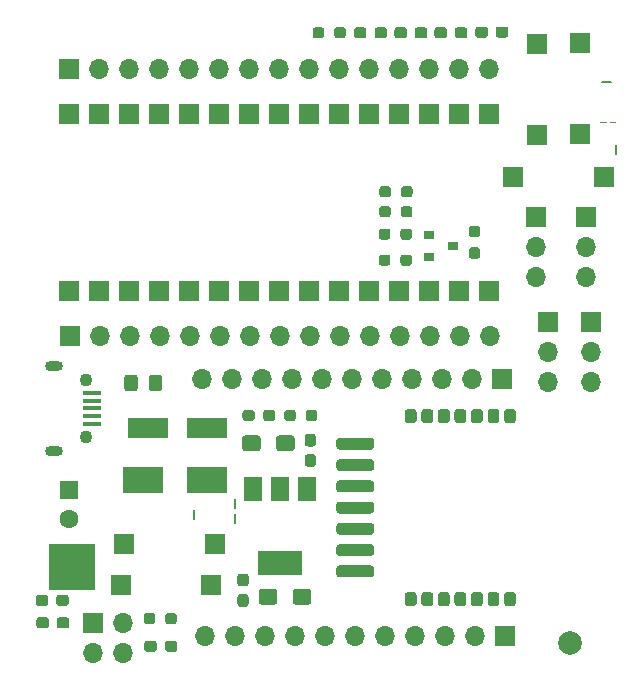
<source format=gbr>
%TF.GenerationSoftware,KiCad,Pcbnew,(5.1.10)-1*%
%TF.CreationDate,2021-06-06T01:15:34+08:00*%
%TF.ProjectId,tuya_arduino,74757961-5f61-4726-9475-696e6f2e6b69,rev?*%
%TF.SameCoordinates,Original*%
%TF.FileFunction,Soldermask,Top*%
%TF.FilePolarity,Negative*%
%FSLAX46Y46*%
G04 Gerber Fmt 4.6, Leading zero omitted, Abs format (unit mm)*
G04 Created by KiCad (PCBNEW (5.1.10)-1) date 2021-06-06 01:15:34*
%MOMM*%
%LPD*%
G01*
G04 APERTURE LIST*
%ADD10C,0.150000*%
%ADD11C,0.101600*%
%ADD12C,2.000000*%
%ADD13R,4.000000X4.000000*%
%ADD14O,1.700000X1.700000*%
%ADD15R,1.700000X1.700000*%
%ADD16R,1.500000X2.000000*%
%ADD17R,3.800000X2.000000*%
%ADD18R,0.900000X0.800000*%
%ADD19C,1.100000*%
%ADD20O,1.500000X0.900000*%
%ADD21R,1.600000X0.400000*%
%ADD22R,3.500000X2.300000*%
%ADD23R,3.500000X1.800000*%
%ADD24C,1.600000*%
%ADD25R,1.600000X1.600000*%
G04 APERTURE END LIST*
D10*
X128571428Y-55230952D02*
X128571428Y-54469047D01*
X127369047Y-49121428D02*
X128130952Y-49121428D01*
D11*
X127215000Y-52495357D02*
X127698809Y-52495357D01*
X128001190Y-52495357D02*
X128485000Y-52495357D01*
D10*
X96271428Y-86450000D02*
X96271428Y-85688095D01*
X96271428Y-85211904D02*
X96271428Y-84450000D01*
X92771428Y-86080952D02*
X92771428Y-85319047D01*
%TO.C,U2*%
G36*
G01*
X119050000Y-93250000D02*
X119050000Y-92550000D01*
G75*
G02*
X119300000Y-92300000I250000J0D01*
G01*
X119800000Y-92300000D01*
G75*
G02*
X120050000Y-92550000I0J-250000D01*
G01*
X120050000Y-93250000D01*
G75*
G02*
X119800000Y-93500000I-250000J0D01*
G01*
X119300000Y-93500000D01*
G75*
G02*
X119050000Y-93250000I0J250000D01*
G01*
G37*
G36*
G01*
X117650000Y-93250000D02*
X117650000Y-92550000D01*
G75*
G02*
X117900000Y-92300000I250000J0D01*
G01*
X118400000Y-92300000D01*
G75*
G02*
X118650000Y-92550000I0J-250000D01*
G01*
X118650000Y-93250000D01*
G75*
G02*
X118400000Y-93500000I-250000J0D01*
G01*
X117900000Y-93500000D01*
G75*
G02*
X117650000Y-93250000I0J250000D01*
G01*
G37*
G36*
G01*
X110650000Y-93250000D02*
X110650000Y-92550000D01*
G75*
G02*
X110900000Y-92300000I250000J0D01*
G01*
X111400000Y-92300000D01*
G75*
G02*
X111650000Y-92550000I0J-250000D01*
G01*
X111650000Y-93250000D01*
G75*
G02*
X111400000Y-93500000I-250000J0D01*
G01*
X110900000Y-93500000D01*
G75*
G02*
X110650000Y-93250000I0J250000D01*
G01*
G37*
G36*
G01*
X114850000Y-93250000D02*
X114850000Y-92550000D01*
G75*
G02*
X115100000Y-92300000I250000J0D01*
G01*
X115600000Y-92300000D01*
G75*
G02*
X115850000Y-92550000I0J-250000D01*
G01*
X115850000Y-93250000D01*
G75*
G02*
X115600000Y-93500000I-250000J0D01*
G01*
X115100000Y-93500000D01*
G75*
G02*
X114850000Y-93250000I0J250000D01*
G01*
G37*
G36*
G01*
X116250000Y-93250000D02*
X116250000Y-92550000D01*
G75*
G02*
X116500000Y-92300000I250000J0D01*
G01*
X117000000Y-92300000D01*
G75*
G02*
X117250000Y-92550000I0J-250000D01*
G01*
X117250000Y-93250000D01*
G75*
G02*
X117000000Y-93500000I-250000J0D01*
G01*
X116500000Y-93500000D01*
G75*
G02*
X116250000Y-93250000I0J250000D01*
G01*
G37*
G36*
G01*
X112050000Y-93250000D02*
X112050000Y-92550000D01*
G75*
G02*
X112300000Y-92300000I250000J0D01*
G01*
X112800000Y-92300000D01*
G75*
G02*
X113050000Y-92550000I0J-250000D01*
G01*
X113050000Y-93250000D01*
G75*
G02*
X112800000Y-93500000I-250000J0D01*
G01*
X112300000Y-93500000D01*
G75*
G02*
X112050000Y-93250000I0J250000D01*
G01*
G37*
G36*
G01*
X113450000Y-93250000D02*
X113450000Y-92550000D01*
G75*
G02*
X113700000Y-92300000I250000J0D01*
G01*
X114200000Y-92300000D01*
G75*
G02*
X114450000Y-92550000I0J-250000D01*
G01*
X114450000Y-93250000D01*
G75*
G02*
X114200000Y-93500000I-250000J0D01*
G01*
X113700000Y-93500000D01*
G75*
G02*
X113450000Y-93250000I0J250000D01*
G01*
G37*
G36*
G01*
X104850000Y-90800000D02*
X104850000Y-90300000D01*
G75*
G02*
X105100000Y-90050000I250000J0D01*
G01*
X107800000Y-90050000D01*
G75*
G02*
X108050000Y-90300000I0J-250000D01*
G01*
X108050000Y-90800000D01*
G75*
G02*
X107800000Y-91050000I-250000J0D01*
G01*
X105100000Y-91050000D01*
G75*
G02*
X104850000Y-90800000I0J250000D01*
G01*
G37*
G36*
G01*
X104850000Y-89000000D02*
X104850000Y-88500000D01*
G75*
G02*
X105100000Y-88250000I250000J0D01*
G01*
X107800000Y-88250000D01*
G75*
G02*
X108050000Y-88500000I0J-250000D01*
G01*
X108050000Y-89000000D01*
G75*
G02*
X107800000Y-89250000I-250000J0D01*
G01*
X105100000Y-89250000D01*
G75*
G02*
X104850000Y-89000000I0J250000D01*
G01*
G37*
G36*
G01*
X104850000Y-87200000D02*
X104850000Y-86700000D01*
G75*
G02*
X105100000Y-86450000I250000J0D01*
G01*
X107800000Y-86450000D01*
G75*
G02*
X108050000Y-86700000I0J-250000D01*
G01*
X108050000Y-87200000D01*
G75*
G02*
X107800000Y-87450000I-250000J0D01*
G01*
X105100000Y-87450000D01*
G75*
G02*
X104850000Y-87200000I0J250000D01*
G01*
G37*
G36*
G01*
X104850000Y-85400000D02*
X104850000Y-84900000D01*
G75*
G02*
X105100000Y-84650000I250000J0D01*
G01*
X107800000Y-84650000D01*
G75*
G02*
X108050000Y-84900000I0J-250000D01*
G01*
X108050000Y-85400000D01*
G75*
G02*
X107800000Y-85650000I-250000J0D01*
G01*
X105100000Y-85650000D01*
G75*
G02*
X104850000Y-85400000I0J250000D01*
G01*
G37*
G36*
G01*
X104850000Y-83600000D02*
X104850000Y-83100000D01*
G75*
G02*
X105100000Y-82850000I250000J0D01*
G01*
X107800000Y-82850000D01*
G75*
G02*
X108050000Y-83100000I0J-250000D01*
G01*
X108050000Y-83600000D01*
G75*
G02*
X107800000Y-83850000I-250000J0D01*
G01*
X105100000Y-83850000D01*
G75*
G02*
X104850000Y-83600000I0J250000D01*
G01*
G37*
G36*
G01*
X104850000Y-81800000D02*
X104850000Y-81300000D01*
G75*
G02*
X105100000Y-81050000I250000J0D01*
G01*
X107800000Y-81050000D01*
G75*
G02*
X108050000Y-81300000I0J-250000D01*
G01*
X108050000Y-81800000D01*
G75*
G02*
X107800000Y-82050000I-250000J0D01*
G01*
X105100000Y-82050000D01*
G75*
G02*
X104850000Y-81800000I0J250000D01*
G01*
G37*
G36*
G01*
X104850000Y-80000000D02*
X104850000Y-79500000D01*
G75*
G02*
X105100000Y-79250000I250000J0D01*
G01*
X107800000Y-79250000D01*
G75*
G02*
X108050000Y-79500000I0J-250000D01*
G01*
X108050000Y-80000000D01*
G75*
G02*
X107800000Y-80250000I-250000J0D01*
G01*
X105100000Y-80250000D01*
G75*
G02*
X104850000Y-80000000I0J250000D01*
G01*
G37*
G36*
G01*
X110650000Y-77750000D02*
X110650000Y-77050000D01*
G75*
G02*
X110900000Y-76800000I250000J0D01*
G01*
X111400000Y-76800000D01*
G75*
G02*
X111650000Y-77050000I0J-250000D01*
G01*
X111650000Y-77750000D01*
G75*
G02*
X111400000Y-78000000I-250000J0D01*
G01*
X110900000Y-78000000D01*
G75*
G02*
X110650000Y-77750000I0J250000D01*
G01*
G37*
G36*
G01*
X112050000Y-77750000D02*
X112050000Y-77050000D01*
G75*
G02*
X112300000Y-76800000I250000J0D01*
G01*
X112800000Y-76800000D01*
G75*
G02*
X113050000Y-77050000I0J-250000D01*
G01*
X113050000Y-77750000D01*
G75*
G02*
X112800000Y-78000000I-250000J0D01*
G01*
X112300000Y-78000000D01*
G75*
G02*
X112050000Y-77750000I0J250000D01*
G01*
G37*
G36*
G01*
X113450000Y-77750000D02*
X113450000Y-77050000D01*
G75*
G02*
X113700000Y-76800000I250000J0D01*
G01*
X114200000Y-76800000D01*
G75*
G02*
X114450000Y-77050000I0J-250000D01*
G01*
X114450000Y-77750000D01*
G75*
G02*
X114200000Y-78000000I-250000J0D01*
G01*
X113700000Y-78000000D01*
G75*
G02*
X113450000Y-77750000I0J250000D01*
G01*
G37*
G36*
G01*
X114850000Y-77750000D02*
X114850000Y-77050000D01*
G75*
G02*
X115100000Y-76800000I250000J0D01*
G01*
X115600000Y-76800000D01*
G75*
G02*
X115850000Y-77050000I0J-250000D01*
G01*
X115850000Y-77750000D01*
G75*
G02*
X115600000Y-78000000I-250000J0D01*
G01*
X115100000Y-78000000D01*
G75*
G02*
X114850000Y-77750000I0J250000D01*
G01*
G37*
G36*
G01*
X116250000Y-77750000D02*
X116250000Y-77050000D01*
G75*
G02*
X116500000Y-76800000I250000J0D01*
G01*
X117000000Y-76800000D01*
G75*
G02*
X117250000Y-77050000I0J-250000D01*
G01*
X117250000Y-77750000D01*
G75*
G02*
X117000000Y-78000000I-250000J0D01*
G01*
X116500000Y-78000000D01*
G75*
G02*
X116250000Y-77750000I0J250000D01*
G01*
G37*
G36*
G01*
X117650000Y-77750000D02*
X117650000Y-77050000D01*
G75*
G02*
X117900000Y-76800000I250000J0D01*
G01*
X118400000Y-76800000D01*
G75*
G02*
X118650000Y-77050000I0J-250000D01*
G01*
X118650000Y-77750000D01*
G75*
G02*
X118400000Y-78000000I-250000J0D01*
G01*
X117900000Y-78000000D01*
G75*
G02*
X117650000Y-77750000I0J250000D01*
G01*
G37*
G36*
G01*
X119050000Y-77750000D02*
X119050000Y-77050000D01*
G75*
G02*
X119300000Y-76800000I250000J0D01*
G01*
X119800000Y-76800000D01*
G75*
G02*
X120050000Y-77050000I0J-250000D01*
G01*
X120050000Y-77750000D01*
G75*
G02*
X119800000Y-78000000I-250000J0D01*
G01*
X119300000Y-78000000D01*
G75*
G02*
X119050000Y-77750000I0J250000D01*
G01*
G37*
%TD*%
D12*
%TO.C,REF\u002A\u002A*%
X124650000Y-96650000D03*
%TD*%
D13*
%TO.C,REF\u002A\u002A*%
X82500000Y-90200000D03*
%TD*%
D14*
%TO.C,J8*%
X86790000Y-97440000D03*
X84250000Y-97440000D03*
X86790000Y-94900000D03*
D15*
X84250000Y-94900000D03*
%TD*%
D16*
%TO.C,U1*%
X102400000Y-83550000D03*
X97800000Y-83550000D03*
X100100000Y-83550000D03*
D17*
X100100000Y-89850000D03*
%TD*%
D15*
%TO.C,J4*%
X92350000Y-51800000D03*
X87270000Y-51800000D03*
X102510000Y-51800000D03*
X117750000Y-51800000D03*
X97430000Y-51800000D03*
X82190000Y-51800000D03*
X115210000Y-51800000D03*
X112670000Y-51800000D03*
X94890000Y-51800000D03*
X99970000Y-51800000D03*
X107590000Y-51800000D03*
X110130000Y-51800000D03*
X105050000Y-51800000D03*
X84730000Y-51800000D03*
X89810000Y-51800000D03*
X82190000Y-66800000D03*
X84730000Y-66800000D03*
X87270000Y-66800000D03*
X89810000Y-66800000D03*
X92350000Y-66800000D03*
X94890000Y-66800000D03*
X97430000Y-66800000D03*
X99970000Y-66800000D03*
X102510000Y-66800000D03*
X105050000Y-66800000D03*
X107590000Y-66800000D03*
X110130000Y-66800000D03*
X112670000Y-66800000D03*
X115210000Y-66800000D03*
X117750000Y-66800000D03*
%TD*%
D14*
%TO.C,J3*%
X117750000Y-48000000D03*
X115210000Y-48000000D03*
X112670000Y-48000000D03*
X110130000Y-48000000D03*
X107590000Y-48000000D03*
X105050000Y-48000000D03*
X102510000Y-48000000D03*
X99970000Y-48000000D03*
X97430000Y-48000000D03*
X94890000Y-48000000D03*
X92350000Y-48000000D03*
X89810000Y-48000000D03*
X87270000Y-48000000D03*
X84730000Y-48000000D03*
D15*
X82190000Y-48000000D03*
%TD*%
D14*
%TO.C,J1*%
X117860000Y-70600000D03*
X115320000Y-70600000D03*
X112780000Y-70600000D03*
X110240000Y-70600000D03*
X107700000Y-70600000D03*
X105160000Y-70600000D03*
X102620000Y-70600000D03*
X100080000Y-70600000D03*
X97540000Y-70600000D03*
X95000000Y-70600000D03*
X92460000Y-70600000D03*
X89920000Y-70600000D03*
X87380000Y-70600000D03*
X84840000Y-70600000D03*
D15*
X82300000Y-70600000D03*
%TD*%
%TO.C,SW5*%
X94580000Y-88230000D03*
X86880000Y-88230000D03*
%TD*%
%TO.C,SW4*%
X94280000Y-91680000D03*
X86580000Y-91680000D03*
%TD*%
%TO.C,SW3*%
X125480000Y-45820000D03*
X125480000Y-53520000D03*
%TD*%
%TO.C,SW2*%
X127480000Y-57130000D03*
X119780000Y-57130000D03*
%TD*%
%TO.C,SW1*%
X121830000Y-45870000D03*
X121830000Y-53570000D03*
%TD*%
%TO.C,R8*%
G36*
G01*
X90375000Y-94787500D02*
X90375000Y-94312500D01*
G75*
G02*
X90612500Y-94075000I237500J0D01*
G01*
X91112500Y-94075000D01*
G75*
G02*
X91350000Y-94312500I0J-237500D01*
G01*
X91350000Y-94787500D01*
G75*
G02*
X91112500Y-95025000I-237500J0D01*
G01*
X90612500Y-95025000D01*
G75*
G02*
X90375000Y-94787500I0J237500D01*
G01*
G37*
G36*
G01*
X88550000Y-94787500D02*
X88550000Y-94312500D01*
G75*
G02*
X88787500Y-94075000I237500J0D01*
G01*
X89287500Y-94075000D01*
G75*
G02*
X89525000Y-94312500I0J-237500D01*
G01*
X89525000Y-94787500D01*
G75*
G02*
X89287500Y-95025000I-237500J0D01*
G01*
X88787500Y-95025000D01*
G75*
G02*
X88550000Y-94787500I0J237500D01*
G01*
G37*
%TD*%
%TO.C,R7*%
G36*
G01*
X110325000Y-58637500D02*
X110325000Y-58162500D01*
G75*
G02*
X110562500Y-57925000I237500J0D01*
G01*
X111062500Y-57925000D01*
G75*
G02*
X111300000Y-58162500I0J-237500D01*
G01*
X111300000Y-58637500D01*
G75*
G02*
X111062500Y-58875000I-237500J0D01*
G01*
X110562500Y-58875000D01*
G75*
G02*
X110325000Y-58637500I0J237500D01*
G01*
G37*
G36*
G01*
X108500000Y-58637500D02*
X108500000Y-58162500D01*
G75*
G02*
X108737500Y-57925000I237500J0D01*
G01*
X109237500Y-57925000D01*
G75*
G02*
X109475000Y-58162500I0J-237500D01*
G01*
X109475000Y-58637500D01*
G75*
G02*
X109237500Y-58875000I-237500J0D01*
G01*
X108737500Y-58875000D01*
G75*
G02*
X108500000Y-58637500I0J237500D01*
G01*
G37*
%TD*%
%TO.C,R6*%
G36*
G01*
X110275000Y-64437500D02*
X110275000Y-63962500D01*
G75*
G02*
X110512500Y-63725000I237500J0D01*
G01*
X111012500Y-63725000D01*
G75*
G02*
X111250000Y-63962500I0J-237500D01*
G01*
X111250000Y-64437500D01*
G75*
G02*
X111012500Y-64675000I-237500J0D01*
G01*
X110512500Y-64675000D01*
G75*
G02*
X110275000Y-64437500I0J237500D01*
G01*
G37*
G36*
G01*
X108450000Y-64437500D02*
X108450000Y-63962500D01*
G75*
G02*
X108687500Y-63725000I237500J0D01*
G01*
X109187500Y-63725000D01*
G75*
G02*
X109425000Y-63962500I0J-237500D01*
G01*
X109425000Y-64437500D01*
G75*
G02*
X109187500Y-64675000I-237500J0D01*
G01*
X108687500Y-64675000D01*
G75*
G02*
X108450000Y-64437500I0J237500D01*
G01*
G37*
%TD*%
%TO.C,R5*%
G36*
G01*
X108487500Y-60337500D02*
X108487500Y-59862500D01*
G75*
G02*
X108725000Y-59625000I237500J0D01*
G01*
X109225000Y-59625000D01*
G75*
G02*
X109462500Y-59862500I0J-237500D01*
G01*
X109462500Y-60337500D01*
G75*
G02*
X109225000Y-60575000I-237500J0D01*
G01*
X108725000Y-60575000D01*
G75*
G02*
X108487500Y-60337500I0J237500D01*
G01*
G37*
G36*
G01*
X110312500Y-60337500D02*
X110312500Y-59862500D01*
G75*
G02*
X110550000Y-59625000I237500J0D01*
G01*
X111050000Y-59625000D01*
G75*
G02*
X111287500Y-59862500I0J-237500D01*
G01*
X111287500Y-60337500D01*
G75*
G02*
X111050000Y-60575000I-237500J0D01*
G01*
X110550000Y-60575000D01*
G75*
G02*
X110312500Y-60337500I0J237500D01*
G01*
G37*
%TD*%
%TO.C,R4*%
G36*
G01*
X116787500Y-62262500D02*
X116312500Y-62262500D01*
G75*
G02*
X116075000Y-62025000I0J237500D01*
G01*
X116075000Y-61525000D01*
G75*
G02*
X116312500Y-61287500I237500J0D01*
G01*
X116787500Y-61287500D01*
G75*
G02*
X117025000Y-61525000I0J-237500D01*
G01*
X117025000Y-62025000D01*
G75*
G02*
X116787500Y-62262500I-237500J0D01*
G01*
G37*
G36*
G01*
X116787500Y-64087500D02*
X116312500Y-64087500D01*
G75*
G02*
X116075000Y-63850000I0J237500D01*
G01*
X116075000Y-63350000D01*
G75*
G02*
X116312500Y-63112500I237500J0D01*
G01*
X116787500Y-63112500D01*
G75*
G02*
X117025000Y-63350000I0J-237500D01*
G01*
X117025000Y-63850000D01*
G75*
G02*
X116787500Y-64087500I-237500J0D01*
G01*
G37*
%TD*%
%TO.C,R3*%
G36*
G01*
X110275000Y-62237500D02*
X110275000Y-61762500D01*
G75*
G02*
X110512500Y-61525000I237500J0D01*
G01*
X111012500Y-61525000D01*
G75*
G02*
X111250000Y-61762500I0J-237500D01*
G01*
X111250000Y-62237500D01*
G75*
G02*
X111012500Y-62475000I-237500J0D01*
G01*
X110512500Y-62475000D01*
G75*
G02*
X110275000Y-62237500I0J237500D01*
G01*
G37*
G36*
G01*
X108450000Y-62237500D02*
X108450000Y-61762500D01*
G75*
G02*
X108687500Y-61525000I237500J0D01*
G01*
X109187500Y-61525000D01*
G75*
G02*
X109425000Y-61762500I0J-237500D01*
G01*
X109425000Y-62237500D01*
G75*
G02*
X109187500Y-62475000I-237500J0D01*
G01*
X108687500Y-62475000D01*
G75*
G02*
X108450000Y-62237500I0J237500D01*
G01*
G37*
%TD*%
%TO.C,R2*%
G36*
G01*
X103825000Y-44712500D02*
X103825000Y-45187500D01*
G75*
G02*
X103587500Y-45425000I-237500J0D01*
G01*
X103087500Y-45425000D01*
G75*
G02*
X102850000Y-45187500I0J237500D01*
G01*
X102850000Y-44712500D01*
G75*
G02*
X103087500Y-44475000I237500J0D01*
G01*
X103587500Y-44475000D01*
G75*
G02*
X103825000Y-44712500I0J-237500D01*
G01*
G37*
G36*
G01*
X105650000Y-44712500D02*
X105650000Y-45187500D01*
G75*
G02*
X105412500Y-45425000I-237500J0D01*
G01*
X104912500Y-45425000D01*
G75*
G02*
X104675000Y-45187500I0J237500D01*
G01*
X104675000Y-44712500D01*
G75*
G02*
X104912500Y-44475000I237500J0D01*
G01*
X105412500Y-44475000D01*
G75*
G02*
X105650000Y-44712500I0J-237500D01*
G01*
G37*
%TD*%
%TO.C,R1*%
G36*
G01*
X102275000Y-77587500D02*
X102275000Y-77112500D01*
G75*
G02*
X102512500Y-76875000I237500J0D01*
G01*
X103012500Y-76875000D01*
G75*
G02*
X103250000Y-77112500I0J-237500D01*
G01*
X103250000Y-77587500D01*
G75*
G02*
X103012500Y-77825000I-237500J0D01*
G01*
X102512500Y-77825000D01*
G75*
G02*
X102275000Y-77587500I0J237500D01*
G01*
G37*
G36*
G01*
X100450000Y-77587500D02*
X100450000Y-77112500D01*
G75*
G02*
X100687500Y-76875000I237500J0D01*
G01*
X101187500Y-76875000D01*
G75*
G02*
X101425000Y-77112500I0J-237500D01*
G01*
X101425000Y-77587500D01*
G75*
G02*
X101187500Y-77825000I-237500J0D01*
G01*
X100687500Y-77825000D01*
G75*
G02*
X100450000Y-77587500I0J237500D01*
G01*
G37*
%TD*%
D18*
%TO.C,Q1*%
X114700000Y-63000000D03*
X112700000Y-63950000D03*
X112700000Y-62050000D03*
%TD*%
D14*
%TO.C,JP3*%
X121750000Y-65630000D03*
X121750000Y-63090000D03*
D15*
X121750000Y-60550000D03*
%TD*%
D14*
%TO.C,JP2*%
X126400000Y-74550000D03*
X126400000Y-72010000D03*
D15*
X126400000Y-69470000D03*
%TD*%
D14*
%TO.C,JP1*%
X122800000Y-74530000D03*
X122800000Y-71990000D03*
D15*
X122800000Y-69450000D03*
%TD*%
D14*
%TO.C,J7*%
X93760000Y-96050000D03*
X96300000Y-96050000D03*
X98840000Y-96050000D03*
X101380000Y-96050000D03*
X103920000Y-96050000D03*
X106460000Y-96050000D03*
X109000000Y-96050000D03*
X111540000Y-96050000D03*
X114080000Y-96050000D03*
X116620000Y-96050000D03*
D15*
X119160000Y-96050000D03*
%TD*%
D14*
%TO.C,J6*%
X93450000Y-74300000D03*
X95990000Y-74300000D03*
X98530000Y-74300000D03*
X101070000Y-74300000D03*
X103610000Y-74300000D03*
X106150000Y-74300000D03*
X108690000Y-74300000D03*
X111230000Y-74300000D03*
X113770000Y-74300000D03*
X116310000Y-74300000D03*
D15*
X118850000Y-74300000D03*
%TD*%
D14*
%TO.C,J5*%
X126000000Y-65630000D03*
X126000000Y-63090000D03*
D15*
X126000000Y-60550000D03*
%TD*%
D19*
%TO.C,J2*%
X83630000Y-74325000D03*
D20*
X80950000Y-73125000D03*
X80950000Y-80375000D03*
D19*
X83630000Y-79175000D03*
D21*
X84150000Y-78050000D03*
X84150000Y-77400000D03*
X84150000Y-75450000D03*
X84150000Y-76100000D03*
X84150000Y-76750000D03*
%TD*%
%TO.C,F1*%
G36*
G01*
X88050000Y-74149999D02*
X88050000Y-75050001D01*
G75*
G02*
X87800001Y-75300000I-249999J0D01*
G01*
X87149999Y-75300000D01*
G75*
G02*
X86900000Y-75050001I0J249999D01*
G01*
X86900000Y-74149999D01*
G75*
G02*
X87149999Y-73900000I249999J0D01*
G01*
X87800001Y-73900000D01*
G75*
G02*
X88050000Y-74149999I0J-249999D01*
G01*
G37*
G36*
G01*
X90100000Y-74149999D02*
X90100000Y-75050001D01*
G75*
G02*
X89850001Y-75300000I-249999J0D01*
G01*
X89199999Y-75300000D01*
G75*
G02*
X88950000Y-75050001I0J249999D01*
G01*
X88950000Y-74149999D01*
G75*
G02*
X89199999Y-73900000I249999J0D01*
G01*
X89850001Y-73900000D01*
G75*
G02*
X90100000Y-74149999I0J-249999D01*
G01*
G37*
%TD*%
%TO.C,D5*%
G36*
G01*
X90345000Y-97137500D02*
X90345000Y-96662500D01*
G75*
G02*
X90582500Y-96425000I237500J0D01*
G01*
X91157500Y-96425000D01*
G75*
G02*
X91395000Y-96662500I0J-237500D01*
G01*
X91395000Y-97137500D01*
G75*
G02*
X91157500Y-97375000I-237500J0D01*
G01*
X90582500Y-97375000D01*
G75*
G02*
X90345000Y-97137500I0J237500D01*
G01*
G37*
G36*
G01*
X88595000Y-97137500D02*
X88595000Y-96662500D01*
G75*
G02*
X88832500Y-96425000I237500J0D01*
G01*
X89407500Y-96425000D01*
G75*
G02*
X89645000Y-96662500I0J-237500D01*
G01*
X89645000Y-97137500D01*
G75*
G02*
X89407500Y-97375000I-237500J0D01*
G01*
X88832500Y-97375000D01*
G75*
G02*
X88595000Y-97137500I0J237500D01*
G01*
G37*
%TD*%
%TO.C,D4*%
G36*
G01*
X108100000Y-45187500D02*
X108100000Y-44712500D01*
G75*
G02*
X108337500Y-44475000I237500J0D01*
G01*
X108912500Y-44475000D01*
G75*
G02*
X109150000Y-44712500I0J-237500D01*
G01*
X109150000Y-45187500D01*
G75*
G02*
X108912500Y-45425000I-237500J0D01*
G01*
X108337500Y-45425000D01*
G75*
G02*
X108100000Y-45187500I0J237500D01*
G01*
G37*
G36*
G01*
X106350000Y-45187500D02*
X106350000Y-44712500D01*
G75*
G02*
X106587500Y-44475000I237500J0D01*
G01*
X107162500Y-44475000D01*
G75*
G02*
X107400000Y-44712500I0J-237500D01*
G01*
X107400000Y-45187500D01*
G75*
G02*
X107162500Y-45425000I-237500J0D01*
G01*
X106587500Y-45425000D01*
G75*
G02*
X106350000Y-45187500I0J237500D01*
G01*
G37*
%TD*%
%TO.C,D3*%
G36*
G01*
X97950000Y-77112500D02*
X97950000Y-77587500D01*
G75*
G02*
X97712500Y-77825000I-237500J0D01*
G01*
X97137500Y-77825000D01*
G75*
G02*
X96900000Y-77587500I0J237500D01*
G01*
X96900000Y-77112500D01*
G75*
G02*
X97137500Y-76875000I237500J0D01*
G01*
X97712500Y-76875000D01*
G75*
G02*
X97950000Y-77112500I0J-237500D01*
G01*
G37*
G36*
G01*
X99700000Y-77112500D02*
X99700000Y-77587500D01*
G75*
G02*
X99462500Y-77825000I-237500J0D01*
G01*
X98887500Y-77825000D01*
G75*
G02*
X98650000Y-77587500I0J237500D01*
G01*
X98650000Y-77112500D01*
G75*
G02*
X98887500Y-76875000I237500J0D01*
G01*
X99462500Y-76875000D01*
G75*
G02*
X99700000Y-77112500I0J-237500D01*
G01*
G37*
%TD*%
D22*
%TO.C,D2*%
X93900000Y-82800000D03*
X88500000Y-82800000D03*
%TD*%
D23*
%TO.C,D1*%
X88900000Y-78400000D03*
X93900000Y-78400000D03*
%TD*%
%TO.C,C10*%
G36*
G01*
X80525000Y-94662500D02*
X80525000Y-95137500D01*
G75*
G02*
X80287500Y-95375000I-237500J0D01*
G01*
X79687500Y-95375000D01*
G75*
G02*
X79450000Y-95137500I0J237500D01*
G01*
X79450000Y-94662500D01*
G75*
G02*
X79687500Y-94425000I237500J0D01*
G01*
X80287500Y-94425000D01*
G75*
G02*
X80525000Y-94662500I0J-237500D01*
G01*
G37*
G36*
G01*
X82250000Y-94662500D02*
X82250000Y-95137500D01*
G75*
G02*
X82012500Y-95375000I-237500J0D01*
G01*
X81412500Y-95375000D01*
G75*
G02*
X81175000Y-95137500I0J237500D01*
G01*
X81175000Y-94662500D01*
G75*
G02*
X81412500Y-94425000I237500J0D01*
G01*
X82012500Y-94425000D01*
G75*
G02*
X82250000Y-94662500I0J-237500D01*
G01*
G37*
%TD*%
%TO.C,C9*%
G36*
G01*
X80475000Y-92762500D02*
X80475000Y-93237500D01*
G75*
G02*
X80237500Y-93475000I-237500J0D01*
G01*
X79637500Y-93475000D01*
G75*
G02*
X79400000Y-93237500I0J237500D01*
G01*
X79400000Y-92762500D01*
G75*
G02*
X79637500Y-92525000I237500J0D01*
G01*
X80237500Y-92525000D01*
G75*
G02*
X80475000Y-92762500I0J-237500D01*
G01*
G37*
G36*
G01*
X82200000Y-92762500D02*
X82200000Y-93237500D01*
G75*
G02*
X81962500Y-93475000I-237500J0D01*
G01*
X81362500Y-93475000D01*
G75*
G02*
X81125000Y-93237500I0J237500D01*
G01*
X81125000Y-92762500D01*
G75*
G02*
X81362500Y-92525000I237500J0D01*
G01*
X81962500Y-92525000D01*
G75*
G02*
X82200000Y-92762500I0J-237500D01*
G01*
G37*
%TD*%
%TO.C,C8*%
G36*
G01*
X97187500Y-91825000D02*
X96712500Y-91825000D01*
G75*
G02*
X96475000Y-91587500I0J237500D01*
G01*
X96475000Y-90987500D01*
G75*
G02*
X96712500Y-90750000I237500J0D01*
G01*
X97187500Y-90750000D01*
G75*
G02*
X97425000Y-90987500I0J-237500D01*
G01*
X97425000Y-91587500D01*
G75*
G02*
X97187500Y-91825000I-237500J0D01*
G01*
G37*
G36*
G01*
X97187500Y-93550000D02*
X96712500Y-93550000D01*
G75*
G02*
X96475000Y-93312500I0J237500D01*
G01*
X96475000Y-92712500D01*
G75*
G02*
X96712500Y-92475000I237500J0D01*
G01*
X97187500Y-92475000D01*
G75*
G02*
X97425000Y-92712500I0J-237500D01*
G01*
X97425000Y-93312500D01*
G75*
G02*
X97187500Y-93550000I-237500J0D01*
G01*
G37*
%TD*%
%TO.C,C7*%
G36*
G01*
X110837500Y-44712500D02*
X110837500Y-45187500D01*
G75*
G02*
X110600000Y-45425000I-237500J0D01*
G01*
X110000000Y-45425000D01*
G75*
G02*
X109762500Y-45187500I0J237500D01*
G01*
X109762500Y-44712500D01*
G75*
G02*
X110000000Y-44475000I237500J0D01*
G01*
X110600000Y-44475000D01*
G75*
G02*
X110837500Y-44712500I0J-237500D01*
G01*
G37*
G36*
G01*
X112562500Y-44712500D02*
X112562500Y-45187500D01*
G75*
G02*
X112325000Y-45425000I-237500J0D01*
G01*
X111725000Y-45425000D01*
G75*
G02*
X111487500Y-45187500I0J237500D01*
G01*
X111487500Y-44712500D01*
G75*
G02*
X111725000Y-44475000I237500J0D01*
G01*
X112325000Y-44475000D01*
G75*
G02*
X112562500Y-44712500I0J-237500D01*
G01*
G37*
%TD*%
%TO.C,C6*%
G36*
G01*
X117687500Y-44662500D02*
X117687500Y-45137500D01*
G75*
G02*
X117450000Y-45375000I-237500J0D01*
G01*
X116850000Y-45375000D01*
G75*
G02*
X116612500Y-45137500I0J237500D01*
G01*
X116612500Y-44662500D01*
G75*
G02*
X116850000Y-44425000I237500J0D01*
G01*
X117450000Y-44425000D01*
G75*
G02*
X117687500Y-44662500I0J-237500D01*
G01*
G37*
G36*
G01*
X119412500Y-44662500D02*
X119412500Y-45137500D01*
G75*
G02*
X119175000Y-45375000I-237500J0D01*
G01*
X118575000Y-45375000D01*
G75*
G02*
X118337500Y-45137500I0J237500D01*
G01*
X118337500Y-44662500D01*
G75*
G02*
X118575000Y-44425000I237500J0D01*
G01*
X119175000Y-44425000D01*
G75*
G02*
X119412500Y-44662500I0J-237500D01*
G01*
G37*
%TD*%
%TO.C,C5*%
G36*
G01*
X114225000Y-44712500D02*
X114225000Y-45187500D01*
G75*
G02*
X113987500Y-45425000I-237500J0D01*
G01*
X113387500Y-45425000D01*
G75*
G02*
X113150000Y-45187500I0J237500D01*
G01*
X113150000Y-44712500D01*
G75*
G02*
X113387500Y-44475000I237500J0D01*
G01*
X113987500Y-44475000D01*
G75*
G02*
X114225000Y-44712500I0J-237500D01*
G01*
G37*
G36*
G01*
X115950000Y-44712500D02*
X115950000Y-45187500D01*
G75*
G02*
X115712500Y-45425000I-237500J0D01*
G01*
X115112500Y-45425000D01*
G75*
G02*
X114875000Y-45187500I0J237500D01*
G01*
X114875000Y-44712500D01*
G75*
G02*
X115112500Y-44475000I237500J0D01*
G01*
X115712500Y-44475000D01*
G75*
G02*
X115950000Y-44712500I0J-237500D01*
G01*
G37*
%TD*%
%TO.C,C4*%
G36*
G01*
X101150000Y-93125001D02*
X101150000Y-92274999D01*
G75*
G02*
X101399999Y-92025000I249999J0D01*
G01*
X102475001Y-92025000D01*
G75*
G02*
X102725000Y-92274999I0J-249999D01*
G01*
X102725000Y-93125001D01*
G75*
G02*
X102475001Y-93375000I-249999J0D01*
G01*
X101399999Y-93375000D01*
G75*
G02*
X101150000Y-93125001I0J249999D01*
G01*
G37*
G36*
G01*
X98275000Y-93125001D02*
X98275000Y-92274999D01*
G75*
G02*
X98524999Y-92025000I249999J0D01*
G01*
X99600001Y-92025000D01*
G75*
G02*
X99850000Y-92274999I0J-249999D01*
G01*
X99850000Y-93125001D01*
G75*
G02*
X99600001Y-93375000I-249999J0D01*
G01*
X98524999Y-93375000D01*
G75*
G02*
X98275000Y-93125001I0J249999D01*
G01*
G37*
%TD*%
%TO.C,C3*%
G36*
G01*
X102412500Y-80625000D02*
X102887500Y-80625000D01*
G75*
G02*
X103125000Y-80862500I0J-237500D01*
G01*
X103125000Y-81462500D01*
G75*
G02*
X102887500Y-81700000I-237500J0D01*
G01*
X102412500Y-81700000D01*
G75*
G02*
X102175000Y-81462500I0J237500D01*
G01*
X102175000Y-80862500D01*
G75*
G02*
X102412500Y-80625000I237500J0D01*
G01*
G37*
G36*
G01*
X102412500Y-78900000D02*
X102887500Y-78900000D01*
G75*
G02*
X103125000Y-79137500I0J-237500D01*
G01*
X103125000Y-79737500D01*
G75*
G02*
X102887500Y-79975000I-237500J0D01*
G01*
X102412500Y-79975000D01*
G75*
G02*
X102175000Y-79737500I0J237500D01*
G01*
X102175000Y-79137500D01*
G75*
G02*
X102412500Y-78900000I237500J0D01*
G01*
G37*
%TD*%
%TO.C,C2*%
G36*
G01*
X99750000Y-80125001D02*
X99750000Y-79274999D01*
G75*
G02*
X99999999Y-79025000I249999J0D01*
G01*
X101075001Y-79025000D01*
G75*
G02*
X101325000Y-79274999I0J-249999D01*
G01*
X101325000Y-80125001D01*
G75*
G02*
X101075001Y-80375000I-249999J0D01*
G01*
X99999999Y-80375000D01*
G75*
G02*
X99750000Y-80125001I0J249999D01*
G01*
G37*
G36*
G01*
X96875000Y-80125001D02*
X96875000Y-79274999D01*
G75*
G02*
X97124999Y-79025000I249999J0D01*
G01*
X98200001Y-79025000D01*
G75*
G02*
X98450000Y-79274999I0J-249999D01*
G01*
X98450000Y-80125001D01*
G75*
G02*
X98200001Y-80375000I-249999J0D01*
G01*
X97124999Y-80375000D01*
G75*
G02*
X96875000Y-80125001I0J249999D01*
G01*
G37*
%TD*%
D24*
%TO.C,C1*%
X82200000Y-86150000D03*
D25*
X82200000Y-83650000D03*
%TD*%
M02*

</source>
